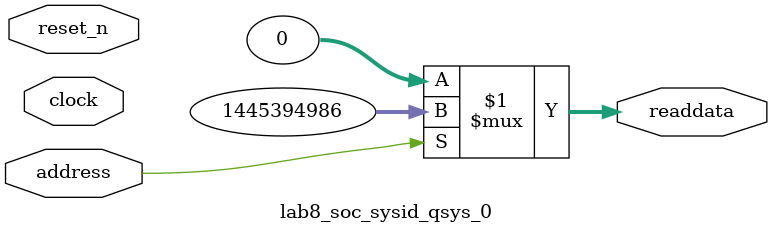
<source format=v>

`timescale 1ns / 1ps
// synthesis translate_on

// turn off superfluous verilog processor warnings 
// altera message_level Level1 
// altera message_off 10034 10035 10036 10037 10230 10240 10030 

module lab8_soc_sysid_qsys_0 (
               // inputs:
                address,
                clock,
                reset_n,

               // outputs:
                readdata
             )
;

  output  [ 31: 0] readdata;
  input            address;
  input            clock;
  input            reset_n;

  wire    [ 31: 0] readdata;
  //control_slave, which is an e_avalon_slave
  assign readdata = address ? 1445394986 : 0;

endmodule




</source>
